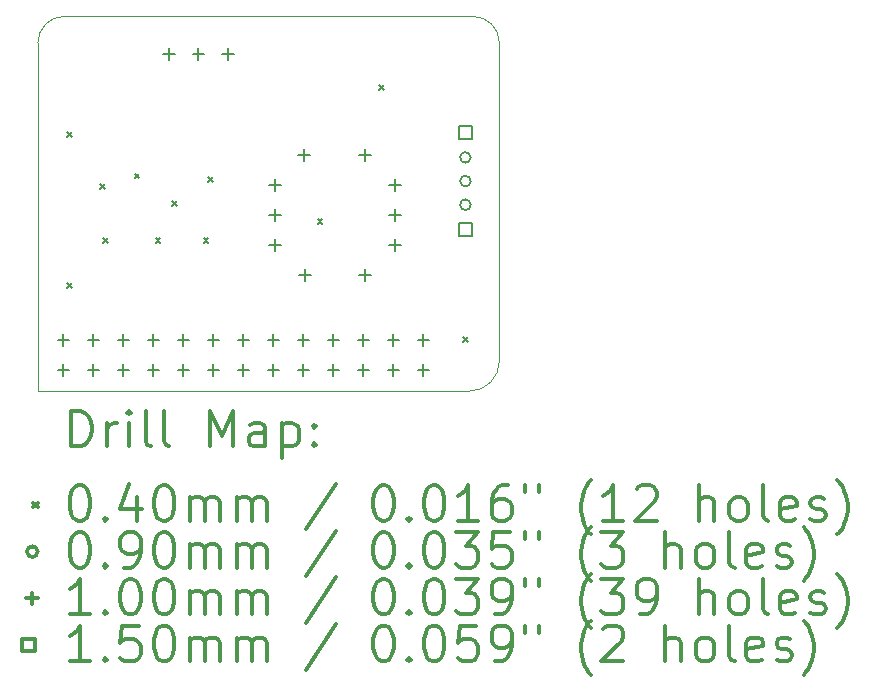
<source format=gbr>
%FSLAX45Y45*%
G04 Gerber Fmt 4.5, Leading zero omitted, Abs format (unit mm)*
G04 Created by KiCad (PCBNEW (5.1.9)-1) date 2021-02-23 11:03:43*
%MOMM*%
%LPD*%
G01*
G04 APERTURE LIST*
%TA.AperFunction,Profile*%
%ADD10C,0.050000*%
%TD*%
%ADD11C,0.200000*%
%ADD12C,0.300000*%
G04 APERTURE END LIST*
D10*
X7145000Y-6278000D02*
G75*
G02*
X6891000Y-6532000I-254000J0D01*
G01*
X7145000Y-3581400D02*
X7145000Y-6278000D01*
X3238500Y-3581400D02*
G75*
G02*
X3462000Y-3357900I223500J0D01*
G01*
X6921500Y-3357900D02*
G75*
G02*
X7145000Y-3581400I0J-223500D01*
G01*
X3462000Y-3357900D02*
X6921500Y-3357900D01*
X3238500Y-3581400D02*
X3238500Y-6532000D01*
X3238500Y-6532000D02*
X6891000Y-6532000D01*
D11*
X3485200Y-4336100D02*
X3525200Y-4376100D01*
X3525200Y-4336100D02*
X3485200Y-4376100D01*
X3485200Y-5618800D02*
X3525200Y-5658800D01*
X3525200Y-5618800D02*
X3485200Y-5658800D01*
X3764600Y-4780600D02*
X3804600Y-4820600D01*
X3804600Y-4780600D02*
X3764600Y-4820600D01*
X3790000Y-5237800D02*
X3830000Y-5277800D01*
X3830000Y-5237800D02*
X3790000Y-5277800D01*
X4056700Y-4690754D02*
X4096700Y-4730754D01*
X4096700Y-4690754D02*
X4056700Y-4730754D01*
X4234500Y-5237800D02*
X4274500Y-5277800D01*
X4274500Y-5237800D02*
X4234500Y-5277800D01*
X4374200Y-4920300D02*
X4414200Y-4960300D01*
X4414200Y-4920300D02*
X4374200Y-4960300D01*
X4640900Y-5237800D02*
X4680900Y-5277800D01*
X4680900Y-5237800D02*
X4640900Y-5277800D01*
X4679000Y-4717100D02*
X4719000Y-4757100D01*
X4719000Y-4717100D02*
X4679000Y-4757100D01*
X5606100Y-5072700D02*
X5646100Y-5112700D01*
X5646100Y-5072700D02*
X5606100Y-5112700D01*
X6126800Y-3942400D02*
X6166800Y-3982400D01*
X6166800Y-3942400D02*
X6126800Y-3982400D01*
X6838000Y-6076000D02*
X6878000Y-6116000D01*
X6878000Y-6076000D02*
X6838000Y-6116000D01*
X6903000Y-4553000D02*
G75*
G03*
X6903000Y-4553000I-45000J0D01*
G01*
X6903000Y-4753000D02*
G75*
G03*
X6903000Y-4753000I-45000J0D01*
G01*
X6903000Y-4953000D02*
G75*
G03*
X6903000Y-4953000I-45000J0D01*
G01*
X3454400Y-6046000D02*
X3454400Y-6146000D01*
X3404400Y-6096000D02*
X3504400Y-6096000D01*
X3454400Y-6300000D02*
X3454400Y-6400000D01*
X3404400Y-6350000D02*
X3504400Y-6350000D01*
X3708400Y-6046000D02*
X3708400Y-6146000D01*
X3658400Y-6096000D02*
X3758400Y-6096000D01*
X3708400Y-6300000D02*
X3708400Y-6400000D01*
X3658400Y-6350000D02*
X3758400Y-6350000D01*
X3962400Y-6046000D02*
X3962400Y-6146000D01*
X3912400Y-6096000D02*
X4012400Y-6096000D01*
X3962400Y-6300000D02*
X3962400Y-6400000D01*
X3912400Y-6350000D02*
X4012400Y-6350000D01*
X4216400Y-6046000D02*
X4216400Y-6146000D01*
X4166400Y-6096000D02*
X4266400Y-6096000D01*
X4216400Y-6300000D02*
X4216400Y-6400000D01*
X4166400Y-6350000D02*
X4266400Y-6350000D01*
X4347400Y-3628200D02*
X4347400Y-3728200D01*
X4297400Y-3678200D02*
X4397400Y-3678200D01*
X4470400Y-6046000D02*
X4470400Y-6146000D01*
X4420400Y-6096000D02*
X4520400Y-6096000D01*
X4470400Y-6300000D02*
X4470400Y-6400000D01*
X4420400Y-6350000D02*
X4520400Y-6350000D01*
X4597400Y-3628200D02*
X4597400Y-3728200D01*
X4547400Y-3678200D02*
X4647400Y-3678200D01*
X4724400Y-6046000D02*
X4724400Y-6146000D01*
X4674400Y-6096000D02*
X4774400Y-6096000D01*
X4724400Y-6300000D02*
X4724400Y-6400000D01*
X4674400Y-6350000D02*
X4774400Y-6350000D01*
X4847400Y-3628200D02*
X4847400Y-3728200D01*
X4797400Y-3678200D02*
X4897400Y-3678200D01*
X4978400Y-6046000D02*
X4978400Y-6146000D01*
X4928400Y-6096000D02*
X5028400Y-6096000D01*
X4978400Y-6300000D02*
X4978400Y-6400000D01*
X4928400Y-6350000D02*
X5028400Y-6350000D01*
X5232400Y-6046000D02*
X5232400Y-6146000D01*
X5182400Y-6096000D02*
X5282400Y-6096000D01*
X5232400Y-6300000D02*
X5232400Y-6400000D01*
X5182400Y-6350000D02*
X5282400Y-6350000D01*
X5245100Y-4737900D02*
X5245100Y-4837900D01*
X5195100Y-4787900D02*
X5295100Y-4787900D01*
X5245100Y-4991900D02*
X5245100Y-5091900D01*
X5195100Y-5041900D02*
X5295100Y-5041900D01*
X5245100Y-5245900D02*
X5245100Y-5345900D01*
X5195100Y-5295900D02*
X5295100Y-5295900D01*
X5486400Y-6046000D02*
X5486400Y-6146000D01*
X5436400Y-6096000D02*
X5536400Y-6096000D01*
X5486400Y-6300000D02*
X5486400Y-6400000D01*
X5436400Y-6350000D02*
X5536400Y-6350000D01*
X5488100Y-4483900D02*
X5488100Y-4583900D01*
X5438100Y-4533900D02*
X5538100Y-4533900D01*
X5499100Y-5499900D02*
X5499100Y-5599900D01*
X5449100Y-5549900D02*
X5549100Y-5549900D01*
X5740400Y-6046000D02*
X5740400Y-6146000D01*
X5690400Y-6096000D02*
X5790400Y-6096000D01*
X5740400Y-6300000D02*
X5740400Y-6400000D01*
X5690400Y-6350000D02*
X5790400Y-6350000D01*
X5994400Y-6046000D02*
X5994400Y-6146000D01*
X5944400Y-6096000D02*
X6044400Y-6096000D01*
X5994400Y-6300000D02*
X5994400Y-6400000D01*
X5944400Y-6350000D02*
X6044400Y-6350000D01*
X6007100Y-4483900D02*
X6007100Y-4583900D01*
X5957100Y-4533900D02*
X6057100Y-4533900D01*
X6007100Y-5499900D02*
X6007100Y-5599900D01*
X5957100Y-5549900D02*
X6057100Y-5549900D01*
X6248400Y-6046000D02*
X6248400Y-6146000D01*
X6198400Y-6096000D02*
X6298400Y-6096000D01*
X6248400Y-6300000D02*
X6248400Y-6400000D01*
X6198400Y-6350000D02*
X6298400Y-6350000D01*
X6261100Y-4737900D02*
X6261100Y-4837900D01*
X6211100Y-4787900D02*
X6311100Y-4787900D01*
X6261100Y-4991900D02*
X6261100Y-5091900D01*
X6211100Y-5041900D02*
X6311100Y-5041900D01*
X6261100Y-5245900D02*
X6261100Y-5345900D01*
X6211100Y-5295900D02*
X6311100Y-5295900D01*
X6502400Y-6046000D02*
X6502400Y-6146000D01*
X6452400Y-6096000D02*
X6552400Y-6096000D01*
X6502400Y-6300000D02*
X6502400Y-6400000D01*
X6452400Y-6350000D02*
X6552400Y-6350000D01*
X6911033Y-4396034D02*
X6911033Y-4289967D01*
X6804966Y-4289967D01*
X6804966Y-4396034D01*
X6911033Y-4396034D01*
X6911033Y-5216034D02*
X6911033Y-5109967D01*
X6804966Y-5109967D01*
X6804966Y-5216034D01*
X6911033Y-5216034D01*
D12*
X3522428Y-7000214D02*
X3522428Y-6700214D01*
X3593857Y-6700214D01*
X3636714Y-6714500D01*
X3665286Y-6743071D01*
X3679571Y-6771643D01*
X3693857Y-6828786D01*
X3693857Y-6871643D01*
X3679571Y-6928786D01*
X3665286Y-6957357D01*
X3636714Y-6985929D01*
X3593857Y-7000214D01*
X3522428Y-7000214D01*
X3822428Y-7000214D02*
X3822428Y-6800214D01*
X3822428Y-6857357D02*
X3836714Y-6828786D01*
X3851000Y-6814500D01*
X3879571Y-6800214D01*
X3908143Y-6800214D01*
X4008143Y-7000214D02*
X4008143Y-6800214D01*
X4008143Y-6700214D02*
X3993857Y-6714500D01*
X4008143Y-6728786D01*
X4022428Y-6714500D01*
X4008143Y-6700214D01*
X4008143Y-6728786D01*
X4193857Y-7000214D02*
X4165286Y-6985929D01*
X4151000Y-6957357D01*
X4151000Y-6700214D01*
X4351000Y-7000214D02*
X4322428Y-6985929D01*
X4308143Y-6957357D01*
X4308143Y-6700214D01*
X4693857Y-7000214D02*
X4693857Y-6700214D01*
X4793857Y-6914500D01*
X4893857Y-6700214D01*
X4893857Y-7000214D01*
X5165286Y-7000214D02*
X5165286Y-6843071D01*
X5151000Y-6814500D01*
X5122428Y-6800214D01*
X5065286Y-6800214D01*
X5036714Y-6814500D01*
X5165286Y-6985929D02*
X5136714Y-7000214D01*
X5065286Y-7000214D01*
X5036714Y-6985929D01*
X5022428Y-6957357D01*
X5022428Y-6928786D01*
X5036714Y-6900214D01*
X5065286Y-6885929D01*
X5136714Y-6885929D01*
X5165286Y-6871643D01*
X5308143Y-6800214D02*
X5308143Y-7100214D01*
X5308143Y-6814500D02*
X5336714Y-6800214D01*
X5393857Y-6800214D01*
X5422428Y-6814500D01*
X5436714Y-6828786D01*
X5451000Y-6857357D01*
X5451000Y-6943071D01*
X5436714Y-6971643D01*
X5422428Y-6985929D01*
X5393857Y-7000214D01*
X5336714Y-7000214D01*
X5308143Y-6985929D01*
X5579571Y-6971643D02*
X5593857Y-6985929D01*
X5579571Y-7000214D01*
X5565286Y-6985929D01*
X5579571Y-6971643D01*
X5579571Y-7000214D01*
X5579571Y-6814500D02*
X5593857Y-6828786D01*
X5579571Y-6843071D01*
X5565286Y-6828786D01*
X5579571Y-6814500D01*
X5579571Y-6843071D01*
X3196000Y-7474500D02*
X3236000Y-7514500D01*
X3236000Y-7474500D02*
X3196000Y-7514500D01*
X3579571Y-7330214D02*
X3608143Y-7330214D01*
X3636714Y-7344500D01*
X3651000Y-7358786D01*
X3665286Y-7387357D01*
X3679571Y-7444500D01*
X3679571Y-7515929D01*
X3665286Y-7573071D01*
X3651000Y-7601643D01*
X3636714Y-7615929D01*
X3608143Y-7630214D01*
X3579571Y-7630214D01*
X3551000Y-7615929D01*
X3536714Y-7601643D01*
X3522428Y-7573071D01*
X3508143Y-7515929D01*
X3508143Y-7444500D01*
X3522428Y-7387357D01*
X3536714Y-7358786D01*
X3551000Y-7344500D01*
X3579571Y-7330214D01*
X3808143Y-7601643D02*
X3822428Y-7615929D01*
X3808143Y-7630214D01*
X3793857Y-7615929D01*
X3808143Y-7601643D01*
X3808143Y-7630214D01*
X4079571Y-7430214D02*
X4079571Y-7630214D01*
X4008143Y-7315929D02*
X3936714Y-7530214D01*
X4122428Y-7530214D01*
X4293857Y-7330214D02*
X4322428Y-7330214D01*
X4351000Y-7344500D01*
X4365286Y-7358786D01*
X4379571Y-7387357D01*
X4393857Y-7444500D01*
X4393857Y-7515929D01*
X4379571Y-7573071D01*
X4365286Y-7601643D01*
X4351000Y-7615929D01*
X4322428Y-7630214D01*
X4293857Y-7630214D01*
X4265286Y-7615929D01*
X4251000Y-7601643D01*
X4236714Y-7573071D01*
X4222428Y-7515929D01*
X4222428Y-7444500D01*
X4236714Y-7387357D01*
X4251000Y-7358786D01*
X4265286Y-7344500D01*
X4293857Y-7330214D01*
X4522428Y-7630214D02*
X4522428Y-7430214D01*
X4522428Y-7458786D02*
X4536714Y-7444500D01*
X4565286Y-7430214D01*
X4608143Y-7430214D01*
X4636714Y-7444500D01*
X4651000Y-7473071D01*
X4651000Y-7630214D01*
X4651000Y-7473071D02*
X4665286Y-7444500D01*
X4693857Y-7430214D01*
X4736714Y-7430214D01*
X4765286Y-7444500D01*
X4779571Y-7473071D01*
X4779571Y-7630214D01*
X4922428Y-7630214D02*
X4922428Y-7430214D01*
X4922428Y-7458786D02*
X4936714Y-7444500D01*
X4965286Y-7430214D01*
X5008143Y-7430214D01*
X5036714Y-7444500D01*
X5051000Y-7473071D01*
X5051000Y-7630214D01*
X5051000Y-7473071D02*
X5065286Y-7444500D01*
X5093857Y-7430214D01*
X5136714Y-7430214D01*
X5165286Y-7444500D01*
X5179571Y-7473071D01*
X5179571Y-7630214D01*
X5765286Y-7315929D02*
X5508143Y-7701643D01*
X6151000Y-7330214D02*
X6179571Y-7330214D01*
X6208143Y-7344500D01*
X6222428Y-7358786D01*
X6236714Y-7387357D01*
X6251000Y-7444500D01*
X6251000Y-7515929D01*
X6236714Y-7573071D01*
X6222428Y-7601643D01*
X6208143Y-7615929D01*
X6179571Y-7630214D01*
X6151000Y-7630214D01*
X6122428Y-7615929D01*
X6108143Y-7601643D01*
X6093857Y-7573071D01*
X6079571Y-7515929D01*
X6079571Y-7444500D01*
X6093857Y-7387357D01*
X6108143Y-7358786D01*
X6122428Y-7344500D01*
X6151000Y-7330214D01*
X6379571Y-7601643D02*
X6393857Y-7615929D01*
X6379571Y-7630214D01*
X6365286Y-7615929D01*
X6379571Y-7601643D01*
X6379571Y-7630214D01*
X6579571Y-7330214D02*
X6608143Y-7330214D01*
X6636714Y-7344500D01*
X6651000Y-7358786D01*
X6665286Y-7387357D01*
X6679571Y-7444500D01*
X6679571Y-7515929D01*
X6665286Y-7573071D01*
X6651000Y-7601643D01*
X6636714Y-7615929D01*
X6608143Y-7630214D01*
X6579571Y-7630214D01*
X6551000Y-7615929D01*
X6536714Y-7601643D01*
X6522428Y-7573071D01*
X6508143Y-7515929D01*
X6508143Y-7444500D01*
X6522428Y-7387357D01*
X6536714Y-7358786D01*
X6551000Y-7344500D01*
X6579571Y-7330214D01*
X6965286Y-7630214D02*
X6793857Y-7630214D01*
X6879571Y-7630214D02*
X6879571Y-7330214D01*
X6851000Y-7373071D01*
X6822428Y-7401643D01*
X6793857Y-7415929D01*
X7222428Y-7330214D02*
X7165286Y-7330214D01*
X7136714Y-7344500D01*
X7122428Y-7358786D01*
X7093857Y-7401643D01*
X7079571Y-7458786D01*
X7079571Y-7573071D01*
X7093857Y-7601643D01*
X7108143Y-7615929D01*
X7136714Y-7630214D01*
X7193857Y-7630214D01*
X7222428Y-7615929D01*
X7236714Y-7601643D01*
X7251000Y-7573071D01*
X7251000Y-7501643D01*
X7236714Y-7473071D01*
X7222428Y-7458786D01*
X7193857Y-7444500D01*
X7136714Y-7444500D01*
X7108143Y-7458786D01*
X7093857Y-7473071D01*
X7079571Y-7501643D01*
X7365286Y-7330214D02*
X7365286Y-7387357D01*
X7479571Y-7330214D02*
X7479571Y-7387357D01*
X7922428Y-7744500D02*
X7908143Y-7730214D01*
X7879571Y-7687357D01*
X7865286Y-7658786D01*
X7851000Y-7615929D01*
X7836714Y-7544500D01*
X7836714Y-7487357D01*
X7851000Y-7415929D01*
X7865286Y-7373071D01*
X7879571Y-7344500D01*
X7908143Y-7301643D01*
X7922428Y-7287357D01*
X8193857Y-7630214D02*
X8022428Y-7630214D01*
X8108143Y-7630214D02*
X8108143Y-7330214D01*
X8079571Y-7373071D01*
X8051000Y-7401643D01*
X8022428Y-7415929D01*
X8308143Y-7358786D02*
X8322428Y-7344500D01*
X8351000Y-7330214D01*
X8422428Y-7330214D01*
X8451000Y-7344500D01*
X8465286Y-7358786D01*
X8479571Y-7387357D01*
X8479571Y-7415929D01*
X8465286Y-7458786D01*
X8293857Y-7630214D01*
X8479571Y-7630214D01*
X8836714Y-7630214D02*
X8836714Y-7330214D01*
X8965286Y-7630214D02*
X8965286Y-7473071D01*
X8951000Y-7444500D01*
X8922428Y-7430214D01*
X8879571Y-7430214D01*
X8851000Y-7444500D01*
X8836714Y-7458786D01*
X9151000Y-7630214D02*
X9122428Y-7615929D01*
X9108143Y-7601643D01*
X9093857Y-7573071D01*
X9093857Y-7487357D01*
X9108143Y-7458786D01*
X9122428Y-7444500D01*
X9151000Y-7430214D01*
X9193857Y-7430214D01*
X9222428Y-7444500D01*
X9236714Y-7458786D01*
X9251000Y-7487357D01*
X9251000Y-7573071D01*
X9236714Y-7601643D01*
X9222428Y-7615929D01*
X9193857Y-7630214D01*
X9151000Y-7630214D01*
X9422428Y-7630214D02*
X9393857Y-7615929D01*
X9379571Y-7587357D01*
X9379571Y-7330214D01*
X9651000Y-7615929D02*
X9622428Y-7630214D01*
X9565286Y-7630214D01*
X9536714Y-7615929D01*
X9522428Y-7587357D01*
X9522428Y-7473071D01*
X9536714Y-7444500D01*
X9565286Y-7430214D01*
X9622428Y-7430214D01*
X9651000Y-7444500D01*
X9665286Y-7473071D01*
X9665286Y-7501643D01*
X9522428Y-7530214D01*
X9779571Y-7615929D02*
X9808143Y-7630214D01*
X9865286Y-7630214D01*
X9893857Y-7615929D01*
X9908143Y-7587357D01*
X9908143Y-7573071D01*
X9893857Y-7544500D01*
X9865286Y-7530214D01*
X9822428Y-7530214D01*
X9793857Y-7515929D01*
X9779571Y-7487357D01*
X9779571Y-7473071D01*
X9793857Y-7444500D01*
X9822428Y-7430214D01*
X9865286Y-7430214D01*
X9893857Y-7444500D01*
X10008143Y-7744500D02*
X10022428Y-7730214D01*
X10051000Y-7687357D01*
X10065286Y-7658786D01*
X10079571Y-7615929D01*
X10093857Y-7544500D01*
X10093857Y-7487357D01*
X10079571Y-7415929D01*
X10065286Y-7373071D01*
X10051000Y-7344500D01*
X10022428Y-7301643D01*
X10008143Y-7287357D01*
X3236000Y-7890500D02*
G75*
G03*
X3236000Y-7890500I-45000J0D01*
G01*
X3579571Y-7726214D02*
X3608143Y-7726214D01*
X3636714Y-7740500D01*
X3651000Y-7754786D01*
X3665286Y-7783357D01*
X3679571Y-7840500D01*
X3679571Y-7911929D01*
X3665286Y-7969071D01*
X3651000Y-7997643D01*
X3636714Y-8011929D01*
X3608143Y-8026214D01*
X3579571Y-8026214D01*
X3551000Y-8011929D01*
X3536714Y-7997643D01*
X3522428Y-7969071D01*
X3508143Y-7911929D01*
X3508143Y-7840500D01*
X3522428Y-7783357D01*
X3536714Y-7754786D01*
X3551000Y-7740500D01*
X3579571Y-7726214D01*
X3808143Y-7997643D02*
X3822428Y-8011929D01*
X3808143Y-8026214D01*
X3793857Y-8011929D01*
X3808143Y-7997643D01*
X3808143Y-8026214D01*
X3965286Y-8026214D02*
X4022428Y-8026214D01*
X4051000Y-8011929D01*
X4065286Y-7997643D01*
X4093857Y-7954786D01*
X4108143Y-7897643D01*
X4108143Y-7783357D01*
X4093857Y-7754786D01*
X4079571Y-7740500D01*
X4051000Y-7726214D01*
X3993857Y-7726214D01*
X3965286Y-7740500D01*
X3951000Y-7754786D01*
X3936714Y-7783357D01*
X3936714Y-7854786D01*
X3951000Y-7883357D01*
X3965286Y-7897643D01*
X3993857Y-7911929D01*
X4051000Y-7911929D01*
X4079571Y-7897643D01*
X4093857Y-7883357D01*
X4108143Y-7854786D01*
X4293857Y-7726214D02*
X4322428Y-7726214D01*
X4351000Y-7740500D01*
X4365286Y-7754786D01*
X4379571Y-7783357D01*
X4393857Y-7840500D01*
X4393857Y-7911929D01*
X4379571Y-7969071D01*
X4365286Y-7997643D01*
X4351000Y-8011929D01*
X4322428Y-8026214D01*
X4293857Y-8026214D01*
X4265286Y-8011929D01*
X4251000Y-7997643D01*
X4236714Y-7969071D01*
X4222428Y-7911929D01*
X4222428Y-7840500D01*
X4236714Y-7783357D01*
X4251000Y-7754786D01*
X4265286Y-7740500D01*
X4293857Y-7726214D01*
X4522428Y-8026214D02*
X4522428Y-7826214D01*
X4522428Y-7854786D02*
X4536714Y-7840500D01*
X4565286Y-7826214D01*
X4608143Y-7826214D01*
X4636714Y-7840500D01*
X4651000Y-7869071D01*
X4651000Y-8026214D01*
X4651000Y-7869071D02*
X4665286Y-7840500D01*
X4693857Y-7826214D01*
X4736714Y-7826214D01*
X4765286Y-7840500D01*
X4779571Y-7869071D01*
X4779571Y-8026214D01*
X4922428Y-8026214D02*
X4922428Y-7826214D01*
X4922428Y-7854786D02*
X4936714Y-7840500D01*
X4965286Y-7826214D01*
X5008143Y-7826214D01*
X5036714Y-7840500D01*
X5051000Y-7869071D01*
X5051000Y-8026214D01*
X5051000Y-7869071D02*
X5065286Y-7840500D01*
X5093857Y-7826214D01*
X5136714Y-7826214D01*
X5165286Y-7840500D01*
X5179571Y-7869071D01*
X5179571Y-8026214D01*
X5765286Y-7711929D02*
X5508143Y-8097643D01*
X6151000Y-7726214D02*
X6179571Y-7726214D01*
X6208143Y-7740500D01*
X6222428Y-7754786D01*
X6236714Y-7783357D01*
X6251000Y-7840500D01*
X6251000Y-7911929D01*
X6236714Y-7969071D01*
X6222428Y-7997643D01*
X6208143Y-8011929D01*
X6179571Y-8026214D01*
X6151000Y-8026214D01*
X6122428Y-8011929D01*
X6108143Y-7997643D01*
X6093857Y-7969071D01*
X6079571Y-7911929D01*
X6079571Y-7840500D01*
X6093857Y-7783357D01*
X6108143Y-7754786D01*
X6122428Y-7740500D01*
X6151000Y-7726214D01*
X6379571Y-7997643D02*
X6393857Y-8011929D01*
X6379571Y-8026214D01*
X6365286Y-8011929D01*
X6379571Y-7997643D01*
X6379571Y-8026214D01*
X6579571Y-7726214D02*
X6608143Y-7726214D01*
X6636714Y-7740500D01*
X6651000Y-7754786D01*
X6665286Y-7783357D01*
X6679571Y-7840500D01*
X6679571Y-7911929D01*
X6665286Y-7969071D01*
X6651000Y-7997643D01*
X6636714Y-8011929D01*
X6608143Y-8026214D01*
X6579571Y-8026214D01*
X6551000Y-8011929D01*
X6536714Y-7997643D01*
X6522428Y-7969071D01*
X6508143Y-7911929D01*
X6508143Y-7840500D01*
X6522428Y-7783357D01*
X6536714Y-7754786D01*
X6551000Y-7740500D01*
X6579571Y-7726214D01*
X6779571Y-7726214D02*
X6965286Y-7726214D01*
X6865286Y-7840500D01*
X6908143Y-7840500D01*
X6936714Y-7854786D01*
X6951000Y-7869071D01*
X6965286Y-7897643D01*
X6965286Y-7969071D01*
X6951000Y-7997643D01*
X6936714Y-8011929D01*
X6908143Y-8026214D01*
X6822428Y-8026214D01*
X6793857Y-8011929D01*
X6779571Y-7997643D01*
X7236714Y-7726214D02*
X7093857Y-7726214D01*
X7079571Y-7869071D01*
X7093857Y-7854786D01*
X7122428Y-7840500D01*
X7193857Y-7840500D01*
X7222428Y-7854786D01*
X7236714Y-7869071D01*
X7251000Y-7897643D01*
X7251000Y-7969071D01*
X7236714Y-7997643D01*
X7222428Y-8011929D01*
X7193857Y-8026214D01*
X7122428Y-8026214D01*
X7093857Y-8011929D01*
X7079571Y-7997643D01*
X7365286Y-7726214D02*
X7365286Y-7783357D01*
X7479571Y-7726214D02*
X7479571Y-7783357D01*
X7922428Y-8140500D02*
X7908143Y-8126214D01*
X7879571Y-8083357D01*
X7865286Y-8054786D01*
X7851000Y-8011929D01*
X7836714Y-7940500D01*
X7836714Y-7883357D01*
X7851000Y-7811929D01*
X7865286Y-7769071D01*
X7879571Y-7740500D01*
X7908143Y-7697643D01*
X7922428Y-7683357D01*
X8008143Y-7726214D02*
X8193857Y-7726214D01*
X8093857Y-7840500D01*
X8136714Y-7840500D01*
X8165286Y-7854786D01*
X8179571Y-7869071D01*
X8193857Y-7897643D01*
X8193857Y-7969071D01*
X8179571Y-7997643D01*
X8165286Y-8011929D01*
X8136714Y-8026214D01*
X8051000Y-8026214D01*
X8022428Y-8011929D01*
X8008143Y-7997643D01*
X8551000Y-8026214D02*
X8551000Y-7726214D01*
X8679571Y-8026214D02*
X8679571Y-7869071D01*
X8665286Y-7840500D01*
X8636714Y-7826214D01*
X8593857Y-7826214D01*
X8565286Y-7840500D01*
X8551000Y-7854786D01*
X8865286Y-8026214D02*
X8836714Y-8011929D01*
X8822428Y-7997643D01*
X8808143Y-7969071D01*
X8808143Y-7883357D01*
X8822428Y-7854786D01*
X8836714Y-7840500D01*
X8865286Y-7826214D01*
X8908143Y-7826214D01*
X8936714Y-7840500D01*
X8951000Y-7854786D01*
X8965286Y-7883357D01*
X8965286Y-7969071D01*
X8951000Y-7997643D01*
X8936714Y-8011929D01*
X8908143Y-8026214D01*
X8865286Y-8026214D01*
X9136714Y-8026214D02*
X9108143Y-8011929D01*
X9093857Y-7983357D01*
X9093857Y-7726214D01*
X9365286Y-8011929D02*
X9336714Y-8026214D01*
X9279571Y-8026214D01*
X9251000Y-8011929D01*
X9236714Y-7983357D01*
X9236714Y-7869071D01*
X9251000Y-7840500D01*
X9279571Y-7826214D01*
X9336714Y-7826214D01*
X9365286Y-7840500D01*
X9379571Y-7869071D01*
X9379571Y-7897643D01*
X9236714Y-7926214D01*
X9493857Y-8011929D02*
X9522428Y-8026214D01*
X9579571Y-8026214D01*
X9608143Y-8011929D01*
X9622428Y-7983357D01*
X9622428Y-7969071D01*
X9608143Y-7940500D01*
X9579571Y-7926214D01*
X9536714Y-7926214D01*
X9508143Y-7911929D01*
X9493857Y-7883357D01*
X9493857Y-7869071D01*
X9508143Y-7840500D01*
X9536714Y-7826214D01*
X9579571Y-7826214D01*
X9608143Y-7840500D01*
X9722428Y-8140500D02*
X9736714Y-8126214D01*
X9765286Y-8083357D01*
X9779571Y-8054786D01*
X9793857Y-8011929D01*
X9808143Y-7940500D01*
X9808143Y-7883357D01*
X9793857Y-7811929D01*
X9779571Y-7769071D01*
X9765286Y-7740500D01*
X9736714Y-7697643D01*
X9722428Y-7683357D01*
X3186000Y-8236500D02*
X3186000Y-8336500D01*
X3136000Y-8286500D02*
X3236000Y-8286500D01*
X3679571Y-8422214D02*
X3508143Y-8422214D01*
X3593857Y-8422214D02*
X3593857Y-8122214D01*
X3565286Y-8165071D01*
X3536714Y-8193643D01*
X3508143Y-8207929D01*
X3808143Y-8393643D02*
X3822428Y-8407929D01*
X3808143Y-8422214D01*
X3793857Y-8407929D01*
X3808143Y-8393643D01*
X3808143Y-8422214D01*
X4008143Y-8122214D02*
X4036714Y-8122214D01*
X4065286Y-8136500D01*
X4079571Y-8150786D01*
X4093857Y-8179357D01*
X4108143Y-8236500D01*
X4108143Y-8307929D01*
X4093857Y-8365071D01*
X4079571Y-8393643D01*
X4065286Y-8407929D01*
X4036714Y-8422214D01*
X4008143Y-8422214D01*
X3979571Y-8407929D01*
X3965286Y-8393643D01*
X3951000Y-8365071D01*
X3936714Y-8307929D01*
X3936714Y-8236500D01*
X3951000Y-8179357D01*
X3965286Y-8150786D01*
X3979571Y-8136500D01*
X4008143Y-8122214D01*
X4293857Y-8122214D02*
X4322428Y-8122214D01*
X4351000Y-8136500D01*
X4365286Y-8150786D01*
X4379571Y-8179357D01*
X4393857Y-8236500D01*
X4393857Y-8307929D01*
X4379571Y-8365071D01*
X4365286Y-8393643D01*
X4351000Y-8407929D01*
X4322428Y-8422214D01*
X4293857Y-8422214D01*
X4265286Y-8407929D01*
X4251000Y-8393643D01*
X4236714Y-8365071D01*
X4222428Y-8307929D01*
X4222428Y-8236500D01*
X4236714Y-8179357D01*
X4251000Y-8150786D01*
X4265286Y-8136500D01*
X4293857Y-8122214D01*
X4522428Y-8422214D02*
X4522428Y-8222214D01*
X4522428Y-8250786D02*
X4536714Y-8236500D01*
X4565286Y-8222214D01*
X4608143Y-8222214D01*
X4636714Y-8236500D01*
X4651000Y-8265071D01*
X4651000Y-8422214D01*
X4651000Y-8265071D02*
X4665286Y-8236500D01*
X4693857Y-8222214D01*
X4736714Y-8222214D01*
X4765286Y-8236500D01*
X4779571Y-8265071D01*
X4779571Y-8422214D01*
X4922428Y-8422214D02*
X4922428Y-8222214D01*
X4922428Y-8250786D02*
X4936714Y-8236500D01*
X4965286Y-8222214D01*
X5008143Y-8222214D01*
X5036714Y-8236500D01*
X5051000Y-8265071D01*
X5051000Y-8422214D01*
X5051000Y-8265071D02*
X5065286Y-8236500D01*
X5093857Y-8222214D01*
X5136714Y-8222214D01*
X5165286Y-8236500D01*
X5179571Y-8265071D01*
X5179571Y-8422214D01*
X5765286Y-8107929D02*
X5508143Y-8493643D01*
X6151000Y-8122214D02*
X6179571Y-8122214D01*
X6208143Y-8136500D01*
X6222428Y-8150786D01*
X6236714Y-8179357D01*
X6251000Y-8236500D01*
X6251000Y-8307929D01*
X6236714Y-8365071D01*
X6222428Y-8393643D01*
X6208143Y-8407929D01*
X6179571Y-8422214D01*
X6151000Y-8422214D01*
X6122428Y-8407929D01*
X6108143Y-8393643D01*
X6093857Y-8365071D01*
X6079571Y-8307929D01*
X6079571Y-8236500D01*
X6093857Y-8179357D01*
X6108143Y-8150786D01*
X6122428Y-8136500D01*
X6151000Y-8122214D01*
X6379571Y-8393643D02*
X6393857Y-8407929D01*
X6379571Y-8422214D01*
X6365286Y-8407929D01*
X6379571Y-8393643D01*
X6379571Y-8422214D01*
X6579571Y-8122214D02*
X6608143Y-8122214D01*
X6636714Y-8136500D01*
X6651000Y-8150786D01*
X6665286Y-8179357D01*
X6679571Y-8236500D01*
X6679571Y-8307929D01*
X6665286Y-8365071D01*
X6651000Y-8393643D01*
X6636714Y-8407929D01*
X6608143Y-8422214D01*
X6579571Y-8422214D01*
X6551000Y-8407929D01*
X6536714Y-8393643D01*
X6522428Y-8365071D01*
X6508143Y-8307929D01*
X6508143Y-8236500D01*
X6522428Y-8179357D01*
X6536714Y-8150786D01*
X6551000Y-8136500D01*
X6579571Y-8122214D01*
X6779571Y-8122214D02*
X6965286Y-8122214D01*
X6865286Y-8236500D01*
X6908143Y-8236500D01*
X6936714Y-8250786D01*
X6951000Y-8265071D01*
X6965286Y-8293643D01*
X6965286Y-8365071D01*
X6951000Y-8393643D01*
X6936714Y-8407929D01*
X6908143Y-8422214D01*
X6822428Y-8422214D01*
X6793857Y-8407929D01*
X6779571Y-8393643D01*
X7108143Y-8422214D02*
X7165286Y-8422214D01*
X7193857Y-8407929D01*
X7208143Y-8393643D01*
X7236714Y-8350786D01*
X7251000Y-8293643D01*
X7251000Y-8179357D01*
X7236714Y-8150786D01*
X7222428Y-8136500D01*
X7193857Y-8122214D01*
X7136714Y-8122214D01*
X7108143Y-8136500D01*
X7093857Y-8150786D01*
X7079571Y-8179357D01*
X7079571Y-8250786D01*
X7093857Y-8279357D01*
X7108143Y-8293643D01*
X7136714Y-8307929D01*
X7193857Y-8307929D01*
X7222428Y-8293643D01*
X7236714Y-8279357D01*
X7251000Y-8250786D01*
X7365286Y-8122214D02*
X7365286Y-8179357D01*
X7479571Y-8122214D02*
X7479571Y-8179357D01*
X7922428Y-8536500D02*
X7908143Y-8522214D01*
X7879571Y-8479357D01*
X7865286Y-8450786D01*
X7851000Y-8407929D01*
X7836714Y-8336500D01*
X7836714Y-8279357D01*
X7851000Y-8207929D01*
X7865286Y-8165071D01*
X7879571Y-8136500D01*
X7908143Y-8093643D01*
X7922428Y-8079357D01*
X8008143Y-8122214D02*
X8193857Y-8122214D01*
X8093857Y-8236500D01*
X8136714Y-8236500D01*
X8165286Y-8250786D01*
X8179571Y-8265071D01*
X8193857Y-8293643D01*
X8193857Y-8365071D01*
X8179571Y-8393643D01*
X8165286Y-8407929D01*
X8136714Y-8422214D01*
X8051000Y-8422214D01*
X8022428Y-8407929D01*
X8008143Y-8393643D01*
X8336714Y-8422214D02*
X8393857Y-8422214D01*
X8422428Y-8407929D01*
X8436714Y-8393643D01*
X8465286Y-8350786D01*
X8479571Y-8293643D01*
X8479571Y-8179357D01*
X8465286Y-8150786D01*
X8451000Y-8136500D01*
X8422428Y-8122214D01*
X8365286Y-8122214D01*
X8336714Y-8136500D01*
X8322428Y-8150786D01*
X8308143Y-8179357D01*
X8308143Y-8250786D01*
X8322428Y-8279357D01*
X8336714Y-8293643D01*
X8365286Y-8307929D01*
X8422428Y-8307929D01*
X8451000Y-8293643D01*
X8465286Y-8279357D01*
X8479571Y-8250786D01*
X8836714Y-8422214D02*
X8836714Y-8122214D01*
X8965286Y-8422214D02*
X8965286Y-8265071D01*
X8951000Y-8236500D01*
X8922428Y-8222214D01*
X8879571Y-8222214D01*
X8851000Y-8236500D01*
X8836714Y-8250786D01*
X9151000Y-8422214D02*
X9122428Y-8407929D01*
X9108143Y-8393643D01*
X9093857Y-8365071D01*
X9093857Y-8279357D01*
X9108143Y-8250786D01*
X9122428Y-8236500D01*
X9151000Y-8222214D01*
X9193857Y-8222214D01*
X9222428Y-8236500D01*
X9236714Y-8250786D01*
X9251000Y-8279357D01*
X9251000Y-8365071D01*
X9236714Y-8393643D01*
X9222428Y-8407929D01*
X9193857Y-8422214D01*
X9151000Y-8422214D01*
X9422428Y-8422214D02*
X9393857Y-8407929D01*
X9379571Y-8379357D01*
X9379571Y-8122214D01*
X9651000Y-8407929D02*
X9622428Y-8422214D01*
X9565286Y-8422214D01*
X9536714Y-8407929D01*
X9522428Y-8379357D01*
X9522428Y-8265071D01*
X9536714Y-8236500D01*
X9565286Y-8222214D01*
X9622428Y-8222214D01*
X9651000Y-8236500D01*
X9665286Y-8265071D01*
X9665286Y-8293643D01*
X9522428Y-8322214D01*
X9779571Y-8407929D02*
X9808143Y-8422214D01*
X9865286Y-8422214D01*
X9893857Y-8407929D01*
X9908143Y-8379357D01*
X9908143Y-8365071D01*
X9893857Y-8336500D01*
X9865286Y-8322214D01*
X9822428Y-8322214D01*
X9793857Y-8307929D01*
X9779571Y-8279357D01*
X9779571Y-8265071D01*
X9793857Y-8236500D01*
X9822428Y-8222214D01*
X9865286Y-8222214D01*
X9893857Y-8236500D01*
X10008143Y-8536500D02*
X10022428Y-8522214D01*
X10051000Y-8479357D01*
X10065286Y-8450786D01*
X10079571Y-8407929D01*
X10093857Y-8336500D01*
X10093857Y-8279357D01*
X10079571Y-8207929D01*
X10065286Y-8165071D01*
X10051000Y-8136500D01*
X10022428Y-8093643D01*
X10008143Y-8079357D01*
X3214033Y-8735534D02*
X3214033Y-8629467D01*
X3107966Y-8629467D01*
X3107966Y-8735534D01*
X3214033Y-8735534D01*
X3679571Y-8818214D02*
X3508143Y-8818214D01*
X3593857Y-8818214D02*
X3593857Y-8518214D01*
X3565286Y-8561072D01*
X3536714Y-8589643D01*
X3508143Y-8603929D01*
X3808143Y-8789643D02*
X3822428Y-8803929D01*
X3808143Y-8818214D01*
X3793857Y-8803929D01*
X3808143Y-8789643D01*
X3808143Y-8818214D01*
X4093857Y-8518214D02*
X3951000Y-8518214D01*
X3936714Y-8661072D01*
X3951000Y-8646786D01*
X3979571Y-8632500D01*
X4051000Y-8632500D01*
X4079571Y-8646786D01*
X4093857Y-8661072D01*
X4108143Y-8689643D01*
X4108143Y-8761072D01*
X4093857Y-8789643D01*
X4079571Y-8803929D01*
X4051000Y-8818214D01*
X3979571Y-8818214D01*
X3951000Y-8803929D01*
X3936714Y-8789643D01*
X4293857Y-8518214D02*
X4322428Y-8518214D01*
X4351000Y-8532500D01*
X4365286Y-8546786D01*
X4379571Y-8575357D01*
X4393857Y-8632500D01*
X4393857Y-8703929D01*
X4379571Y-8761072D01*
X4365286Y-8789643D01*
X4351000Y-8803929D01*
X4322428Y-8818214D01*
X4293857Y-8818214D01*
X4265286Y-8803929D01*
X4251000Y-8789643D01*
X4236714Y-8761072D01*
X4222428Y-8703929D01*
X4222428Y-8632500D01*
X4236714Y-8575357D01*
X4251000Y-8546786D01*
X4265286Y-8532500D01*
X4293857Y-8518214D01*
X4522428Y-8818214D02*
X4522428Y-8618214D01*
X4522428Y-8646786D02*
X4536714Y-8632500D01*
X4565286Y-8618214D01*
X4608143Y-8618214D01*
X4636714Y-8632500D01*
X4651000Y-8661072D01*
X4651000Y-8818214D01*
X4651000Y-8661072D02*
X4665286Y-8632500D01*
X4693857Y-8618214D01*
X4736714Y-8618214D01*
X4765286Y-8632500D01*
X4779571Y-8661072D01*
X4779571Y-8818214D01*
X4922428Y-8818214D02*
X4922428Y-8618214D01*
X4922428Y-8646786D02*
X4936714Y-8632500D01*
X4965286Y-8618214D01*
X5008143Y-8618214D01*
X5036714Y-8632500D01*
X5051000Y-8661072D01*
X5051000Y-8818214D01*
X5051000Y-8661072D02*
X5065286Y-8632500D01*
X5093857Y-8618214D01*
X5136714Y-8618214D01*
X5165286Y-8632500D01*
X5179571Y-8661072D01*
X5179571Y-8818214D01*
X5765286Y-8503929D02*
X5508143Y-8889643D01*
X6151000Y-8518214D02*
X6179571Y-8518214D01*
X6208143Y-8532500D01*
X6222428Y-8546786D01*
X6236714Y-8575357D01*
X6251000Y-8632500D01*
X6251000Y-8703929D01*
X6236714Y-8761072D01*
X6222428Y-8789643D01*
X6208143Y-8803929D01*
X6179571Y-8818214D01*
X6151000Y-8818214D01*
X6122428Y-8803929D01*
X6108143Y-8789643D01*
X6093857Y-8761072D01*
X6079571Y-8703929D01*
X6079571Y-8632500D01*
X6093857Y-8575357D01*
X6108143Y-8546786D01*
X6122428Y-8532500D01*
X6151000Y-8518214D01*
X6379571Y-8789643D02*
X6393857Y-8803929D01*
X6379571Y-8818214D01*
X6365286Y-8803929D01*
X6379571Y-8789643D01*
X6379571Y-8818214D01*
X6579571Y-8518214D02*
X6608143Y-8518214D01*
X6636714Y-8532500D01*
X6651000Y-8546786D01*
X6665286Y-8575357D01*
X6679571Y-8632500D01*
X6679571Y-8703929D01*
X6665286Y-8761072D01*
X6651000Y-8789643D01*
X6636714Y-8803929D01*
X6608143Y-8818214D01*
X6579571Y-8818214D01*
X6551000Y-8803929D01*
X6536714Y-8789643D01*
X6522428Y-8761072D01*
X6508143Y-8703929D01*
X6508143Y-8632500D01*
X6522428Y-8575357D01*
X6536714Y-8546786D01*
X6551000Y-8532500D01*
X6579571Y-8518214D01*
X6951000Y-8518214D02*
X6808143Y-8518214D01*
X6793857Y-8661072D01*
X6808143Y-8646786D01*
X6836714Y-8632500D01*
X6908143Y-8632500D01*
X6936714Y-8646786D01*
X6951000Y-8661072D01*
X6965286Y-8689643D01*
X6965286Y-8761072D01*
X6951000Y-8789643D01*
X6936714Y-8803929D01*
X6908143Y-8818214D01*
X6836714Y-8818214D01*
X6808143Y-8803929D01*
X6793857Y-8789643D01*
X7108143Y-8818214D02*
X7165286Y-8818214D01*
X7193857Y-8803929D01*
X7208143Y-8789643D01*
X7236714Y-8746786D01*
X7251000Y-8689643D01*
X7251000Y-8575357D01*
X7236714Y-8546786D01*
X7222428Y-8532500D01*
X7193857Y-8518214D01*
X7136714Y-8518214D01*
X7108143Y-8532500D01*
X7093857Y-8546786D01*
X7079571Y-8575357D01*
X7079571Y-8646786D01*
X7093857Y-8675357D01*
X7108143Y-8689643D01*
X7136714Y-8703929D01*
X7193857Y-8703929D01*
X7222428Y-8689643D01*
X7236714Y-8675357D01*
X7251000Y-8646786D01*
X7365286Y-8518214D02*
X7365286Y-8575357D01*
X7479571Y-8518214D02*
X7479571Y-8575357D01*
X7922428Y-8932500D02*
X7908143Y-8918214D01*
X7879571Y-8875357D01*
X7865286Y-8846786D01*
X7851000Y-8803929D01*
X7836714Y-8732500D01*
X7836714Y-8675357D01*
X7851000Y-8603929D01*
X7865286Y-8561072D01*
X7879571Y-8532500D01*
X7908143Y-8489643D01*
X7922428Y-8475357D01*
X8022428Y-8546786D02*
X8036714Y-8532500D01*
X8065286Y-8518214D01*
X8136714Y-8518214D01*
X8165286Y-8532500D01*
X8179571Y-8546786D01*
X8193857Y-8575357D01*
X8193857Y-8603929D01*
X8179571Y-8646786D01*
X8008143Y-8818214D01*
X8193857Y-8818214D01*
X8551000Y-8818214D02*
X8551000Y-8518214D01*
X8679571Y-8818214D02*
X8679571Y-8661072D01*
X8665286Y-8632500D01*
X8636714Y-8618214D01*
X8593857Y-8618214D01*
X8565286Y-8632500D01*
X8551000Y-8646786D01*
X8865286Y-8818214D02*
X8836714Y-8803929D01*
X8822428Y-8789643D01*
X8808143Y-8761072D01*
X8808143Y-8675357D01*
X8822428Y-8646786D01*
X8836714Y-8632500D01*
X8865286Y-8618214D01*
X8908143Y-8618214D01*
X8936714Y-8632500D01*
X8951000Y-8646786D01*
X8965286Y-8675357D01*
X8965286Y-8761072D01*
X8951000Y-8789643D01*
X8936714Y-8803929D01*
X8908143Y-8818214D01*
X8865286Y-8818214D01*
X9136714Y-8818214D02*
X9108143Y-8803929D01*
X9093857Y-8775357D01*
X9093857Y-8518214D01*
X9365286Y-8803929D02*
X9336714Y-8818214D01*
X9279571Y-8818214D01*
X9251000Y-8803929D01*
X9236714Y-8775357D01*
X9236714Y-8661072D01*
X9251000Y-8632500D01*
X9279571Y-8618214D01*
X9336714Y-8618214D01*
X9365286Y-8632500D01*
X9379571Y-8661072D01*
X9379571Y-8689643D01*
X9236714Y-8718214D01*
X9493857Y-8803929D02*
X9522428Y-8818214D01*
X9579571Y-8818214D01*
X9608143Y-8803929D01*
X9622428Y-8775357D01*
X9622428Y-8761072D01*
X9608143Y-8732500D01*
X9579571Y-8718214D01*
X9536714Y-8718214D01*
X9508143Y-8703929D01*
X9493857Y-8675357D01*
X9493857Y-8661072D01*
X9508143Y-8632500D01*
X9536714Y-8618214D01*
X9579571Y-8618214D01*
X9608143Y-8632500D01*
X9722428Y-8932500D02*
X9736714Y-8918214D01*
X9765286Y-8875357D01*
X9779571Y-8846786D01*
X9793857Y-8803929D01*
X9808143Y-8732500D01*
X9808143Y-8675357D01*
X9793857Y-8603929D01*
X9779571Y-8561072D01*
X9765286Y-8532500D01*
X9736714Y-8489643D01*
X9722428Y-8475357D01*
M02*

</source>
